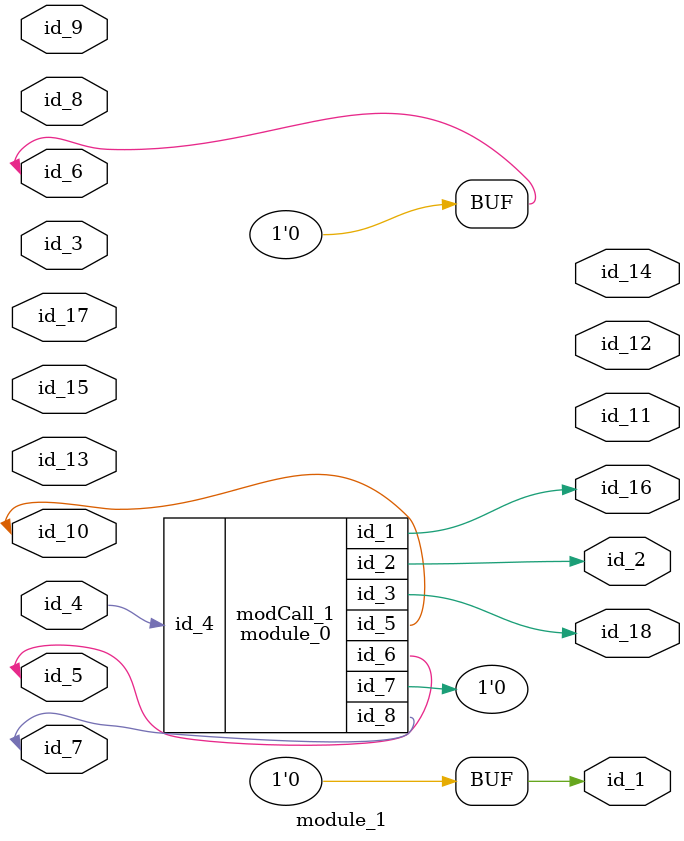
<source format=v>
module module_0 (
    id_1,
    id_2,
    id_3,
    id_4,
    id_5,
    id_6,
    id_7,
    id_8
);
  inout wire id_8;
  output wire id_7;
  inout wire id_6;
  inout wire id_5;
  input wire id_4;
  output wire id_3;
  output wire id_2;
  output wire id_1;
  wire id_9 = 1;
endmodule
module module_1 (
    id_1,
    id_2,
    id_3,
    id_4,
    id_5,
    id_6,
    id_7,
    id_8,
    id_9,
    id_10,
    id_11,
    id_12,
    id_13,
    id_14,
    id_15,
    id_16,
    id_17,
    id_18
);
  output wire id_18;
  input wire id_17;
  output wire id_16;
  input wire id_15;
  output wire id_14;
  input wire id_13;
  output wire id_12;
  output wire id_11;
  inout wire id_10;
  input wire id_9;
  input wire id_8;
  inout wire id_7;
  inout wire id_6;
  inout wire id_5;
  input wire id_4;
  inout wire id_3;
  output wire id_2;
  output wire id_1;
  assign id_1 = {id_3[-1'b0], -1'b0};
  module_0 modCall_1 (
      id_16,
      id_2,
      id_18,
      id_4,
      id_10,
      id_5,
      id_6,
      id_7
  );
  wire id_19;
  wire id_20, id_21;
  assign id_1 = id_6;
endmodule

</source>
